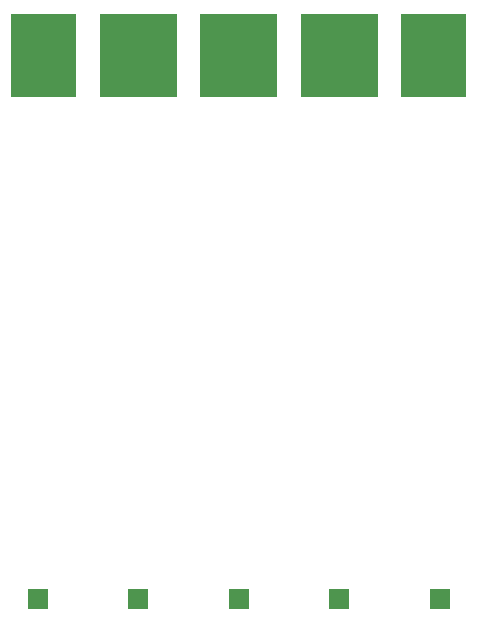
<source format=gbs>
G04 #@! TF.GenerationSoftware,KiCad,Pcbnew,7.0.9-7.0.9~ubuntu22.04.1*
G04 #@! TF.CreationDate,2023-12-30T14:42:10+00:00*
G04 #@! TF.ProjectId,DRY_FLEX_V1,4452595f-464c-4455-985f-56312e6b6963,rev?*
G04 #@! TF.SameCoordinates,Original*
G04 #@! TF.FileFunction,Soldermask,Bot*
G04 #@! TF.FilePolarity,Negative*
%FSLAX46Y46*%
G04 Gerber Fmt 4.6, Leading zero omitted, Abs format (unit mm)*
G04 Created by KiCad (PCBNEW 7.0.9-7.0.9~ubuntu22.04.1) date 2023-12-30 14:42:10*
%MOMM*%
%LPD*%
G01*
G04 APERTURE LIST*
%ADD10R,1.700000X1.700000*%
G04 APERTURE END LIST*
G36*
X113750000Y-93000000D02*
G01*
X119250000Y-93000000D01*
X119250000Y-100000000D01*
X113750000Y-100000000D01*
X113750000Y-93000000D01*
G37*
G36*
X88250000Y-93000000D02*
G01*
X94750000Y-93000000D01*
X94750000Y-100000000D01*
X88250000Y-100000000D01*
X88250000Y-93000000D01*
G37*
G36*
X96750000Y-93000000D02*
G01*
X103250000Y-93000000D01*
X103250000Y-100000000D01*
X96750000Y-100000000D01*
X96750000Y-93000000D01*
G37*
G36*
X105250000Y-93000000D02*
G01*
X111750000Y-93000000D01*
X111750000Y-100000000D01*
X105250000Y-100000000D01*
X105250000Y-93000000D01*
G37*
G36*
X80750000Y-93000000D02*
G01*
X86250000Y-93000000D01*
X86250000Y-100000000D01*
X80750000Y-100000000D01*
X80750000Y-93000000D01*
G37*
D10*
X91500000Y-142500000D03*
X100000000Y-142500000D03*
X83000000Y-142500000D03*
X108500000Y-142500000D03*
X117000000Y-142500000D03*
M02*

</source>
